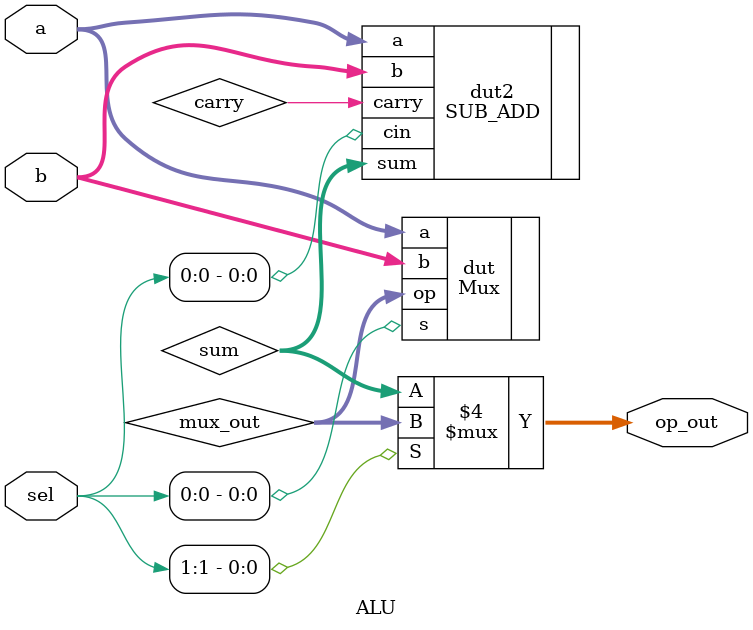
<source format=sv>
`timescale 1ns / 1ps

module ALU(
    input logic [3:0] a,
    input logic [3:0] b,
    input logic [1:0] sel,
    output logic [3:0] op_out
);

    // Internal signals
    logic [3:0] mux_out; 

    // Instantiate Mux
    Mux dut (
        .a(a), 
        .b(b),
        .s(sel[0]), // MUX controlled by sel[0]
        .op(mux_out)
    );

    logic carry;
    logic [3:0] sum;

    // Instantiate sub_add
    SUB_ADD dut2 (
        .a(a),
        .b(b),
        .cin(sel[0]), // Carry in also controlled by sel[0]
        .sum(sum),
        .carry(carry)
    );

    // Always block for output selection using sel[1]
    always @(*) begin
        if (sel[1] == 0) 
            op_out <= sum; // Use sum for addition/subtraction
        else 
            op_out <= mux_out; // Use MUX output for shift/AND
    end 
endmodule
</source>
